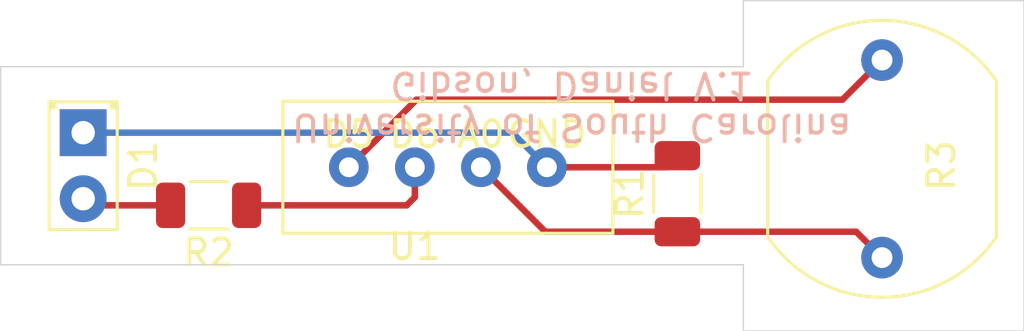
<source format=kicad_pcb>
(kicad_pcb (version 20171130) (host pcbnew "(5.1.10)-1")

  (general
    (thickness 1.6)
    (drawings 9)
    (tracks 16)
    (zones 0)
    (modules 5)
    (nets 6)
  )

  (page A4)
  (layers
    (0 F.Cu signal)
    (31 B.Cu signal)
    (32 B.Adhes user)
    (33 F.Adhes user)
    (34 B.Paste user)
    (35 F.Paste user)
    (36 B.SilkS user)
    (37 F.SilkS user)
    (38 B.Mask user)
    (39 F.Mask user)
    (40 Dwgs.User user)
    (41 Cmts.User user)
    (42 Eco1.User user)
    (43 Eco2.User user)
    (44 Edge.Cuts user)
    (45 Margin user)
    (46 B.CrtYd user)
    (47 F.CrtYd user)
    (48 B.Fab user)
    (49 F.Fab user)
  )

  (setup
    (last_trace_width 0.25)
    (trace_clearance 0.2)
    (zone_clearance 0.508)
    (zone_45_only no)
    (trace_min 0.2)
    (via_size 0.8)
    (via_drill 0.4)
    (via_min_size 0.4)
    (via_min_drill 0.3)
    (uvia_size 0.3)
    (uvia_drill 0.1)
    (uvias_allowed no)
    (uvia_min_size 0.2)
    (uvia_min_drill 0.1)
    (edge_width 0.05)
    (segment_width 0.2)
    (pcb_text_width 0.3)
    (pcb_text_size 1.5 1.5)
    (mod_edge_width 0.12)
    (mod_text_size 1 1)
    (mod_text_width 0.15)
    (pad_size 1.524 1.524)
    (pad_drill 0.762)
    (pad_to_mask_clearance 0)
    (aux_axis_origin 0 0)
    (visible_elements 7FFFFFFF)
    (pcbplotparams
      (layerselection 0x010fc_ffffffff)
      (usegerberextensions false)
      (usegerberattributes true)
      (usegerberadvancedattributes true)
      (creategerberjobfile true)
      (excludeedgelayer true)
      (linewidth 0.100000)
      (plotframeref false)
      (viasonmask false)
      (mode 1)
      (useauxorigin false)
      (hpglpennumber 1)
      (hpglpenspeed 20)
      (hpglpendiameter 15.000000)
      (psnegative false)
      (psa4output false)
      (plotreference true)
      (plotvalue true)
      (plotinvisibletext false)
      (padsonsilk false)
      (subtractmaskfromsilk false)
      (outputformat 1)
      (mirror false)
      (drillshape 0)
      (scaleselection 1)
      (outputdirectory ""))
  )

  (net 0 "")
  (net 1 "Net-(R1-Pad1)")
  (net 2 "Net-(D1-Pad2)")
  (net 3 "Net-(R2-Pad1)")
  (net 4 "Net-(R3-Pad1)")
  (net 5 "Net-(D1-Pad1)")

  (net_class Default "This is the default net class."
    (clearance 0.2)
    (trace_width 0.25)
    (via_dia 0.8)
    (via_drill 0.4)
    (uvia_dia 0.3)
    (uvia_drill 0.1)
    (add_net "Net-(D1-Pad1)")
    (add_net "Net-(D1-Pad2)")
    (add_net "Net-(R1-Pad1)")
    (add_net "Net-(R2-Pad1)")
    (add_net "Net-(R3-Pad1)")
  )

  (module LED_THT:LED_D2.0mm_W4.8mm_H2.5mm_FlatTop (layer F.Cu) (tedit 5880A862) (tstamp 612C247E)
    (at 148.59 41.91 270)
    (descr "LED, Round, FlatTop,  Rectangular size 4.8x2.5mm^2 diameter 2.0mm, 2 pins, http://www.kingbright.com/attachments/file/psearch/000/00/00/L-13GD(Ver.11B).pdf")
    (tags "LED Round FlatTop  Rectangular size 4.8x2.5mm^2 diameter 2.0mm 2 pins")
    (path /612C7C63)
    (fp_text reference D1 (at 1.27 -2.31 90) (layer F.SilkS)
      (effects (font (size 1 1) (thickness 0.15)))
    )
    (fp_text value LED (at 1.27 2.31 90) (layer F.Fab)
      (effects (font (size 1 1) (thickness 0.15)))
    )
    (fp_line (start 4 -1.6) (end -1.45 -1.6) (layer F.CrtYd) (width 0.05))
    (fp_line (start 4 1.6) (end 4 -1.6) (layer F.CrtYd) (width 0.05))
    (fp_line (start -1.45 1.6) (end 4 1.6) (layer F.CrtYd) (width 0.05))
    (fp_line (start -1.45 -1.6) (end -1.45 1.6) (layer F.CrtYd) (width 0.05))
    (fp_line (start -0.95 1.08) (end -0.95 1.31) (layer F.SilkS) (width 0.12))
    (fp_line (start -0.95 -1.31) (end -0.95 -1.08) (layer F.SilkS) (width 0.12))
    (fp_line (start -1.07 1.08) (end -1.07 1.31) (layer F.SilkS) (width 0.12))
    (fp_line (start -1.07 -1.31) (end -1.07 -1.08) (layer F.SilkS) (width 0.12))
    (fp_line (start 3.73 -1.31) (end 3.73 1.31) (layer F.SilkS) (width 0.12))
    (fp_line (start -1.19 -1.31) (end -1.19 1.31) (layer F.SilkS) (width 0.12))
    (fp_line (start -1.19 1.31) (end 3.73 1.31) (layer F.SilkS) (width 0.12))
    (fp_line (start -1.19 -1.31) (end 3.73 -1.31) (layer F.SilkS) (width 0.12))
    (fp_line (start 3.67 -1.25) (end -1.13 -1.25) (layer F.Fab) (width 0.1))
    (fp_line (start 3.67 1.25) (end 3.67 -1.25) (layer F.Fab) (width 0.1))
    (fp_line (start -1.13 1.25) (end 3.67 1.25) (layer F.Fab) (width 0.1))
    (fp_line (start -1.13 -1.25) (end -1.13 1.25) (layer F.Fab) (width 0.1))
    (fp_circle (center 1.27 0) (end 2.27 0) (layer F.Fab) (width 0.1))
    (pad 1 thru_hole rect (at 0 0 270) (size 1.8 1.8) (drill 0.9) (layers *.Cu *.Mask)
      (net 5 "Net-(D1-Pad1)"))
    (pad 2 thru_hole circle (at 2.54 0 270) (size 1.8 1.8) (drill 0.9) (layers *.Cu *.Mask)
      (net 2 "Net-(D1-Pad2)"))
    (model ${KISYS3DMOD}/LED_THT.3dshapes/LED_D2.0mm_W4.8mm_H2.5mm_FlatTop.wrl
      (at (xyz 0 0 0))
      (scale (xyz 1 1 1))
      (rotate (xyz 0 0 0))
    )
  )

  (module Resistor_SMD:R_1206_3216Metric (layer F.Cu) (tedit 5F68FEEE) (tstamp 612C248F)
    (at 171.45 44.2575 90)
    (descr "Resistor SMD 1206 (3216 Metric), square (rectangular) end terminal, IPC_7351 nominal, (Body size source: IPC-SM-782 page 72, https://www.pcb-3d.com/wordpress/wp-content/uploads/ipc-sm-782a_amendment_1_and_2.pdf), generated with kicad-footprint-generator")
    (tags resistor)
    (path /612C73FA)
    (attr smd)
    (fp_text reference R1 (at 0 -1.82 90) (layer F.SilkS)
      (effects (font (size 1 1) (thickness 0.15)))
    )
    (fp_text value 1K (at 0 1.82 90) (layer F.Fab)
      (effects (font (size 1 1) (thickness 0.15)))
    )
    (fp_line (start 2.28 1.12) (end -2.28 1.12) (layer F.CrtYd) (width 0.05))
    (fp_line (start 2.28 -1.12) (end 2.28 1.12) (layer F.CrtYd) (width 0.05))
    (fp_line (start -2.28 -1.12) (end 2.28 -1.12) (layer F.CrtYd) (width 0.05))
    (fp_line (start -2.28 1.12) (end -2.28 -1.12) (layer F.CrtYd) (width 0.05))
    (fp_line (start -0.727064 0.91) (end 0.727064 0.91) (layer F.SilkS) (width 0.12))
    (fp_line (start -0.727064 -0.91) (end 0.727064 -0.91) (layer F.SilkS) (width 0.12))
    (fp_line (start 1.6 0.8) (end -1.6 0.8) (layer F.Fab) (width 0.1))
    (fp_line (start 1.6 -0.8) (end 1.6 0.8) (layer F.Fab) (width 0.1))
    (fp_line (start -1.6 -0.8) (end 1.6 -0.8) (layer F.Fab) (width 0.1))
    (fp_line (start -1.6 0.8) (end -1.6 -0.8) (layer F.Fab) (width 0.1))
    (fp_text user %R (at 0 0 90) (layer F.Fab)
      (effects (font (size 0.8 0.8) (thickness 0.12)))
    )
    (pad 1 smd roundrect (at -1.4625 0 90) (size 1.125 1.75) (layers F.Cu F.Paste F.Mask) (roundrect_rratio 0.2222213333333333)
      (net 1 "Net-(R1-Pad1)"))
    (pad 2 smd roundrect (at 1.4625 0 90) (size 1.125 1.75) (layers F.Cu F.Paste F.Mask) (roundrect_rratio 0.2222213333333333)
      (net 5 "Net-(D1-Pad1)"))
    (model ${KISYS3DMOD}/Resistor_SMD.3dshapes/R_1206_3216Metric.wrl
      (at (xyz 0 0 0))
      (scale (xyz 1 1 1))
      (rotate (xyz 0 0 0))
    )
  )

  (module Resistor_SMD:R_1206_3216Metric (layer F.Cu) (tedit 5F68FEEE) (tstamp 612C24A0)
    (at 153.416 44.704 180)
    (descr "Resistor SMD 1206 (3216 Metric), square (rectangular) end terminal, IPC_7351 nominal, (Body size source: IPC-SM-782 page 72, https://www.pcb-3d.com/wordpress/wp-content/uploads/ipc-sm-782a_amendment_1_and_2.pdf), generated with kicad-footprint-generator")
    (tags resistor)
    (path /612C796F)
    (attr smd)
    (fp_text reference R2 (at 0 -1.82) (layer F.SilkS)
      (effects (font (size 1 1) (thickness 0.15)))
    )
    (fp_text value 470 (at 0 1.82) (layer F.Fab)
      (effects (font (size 1 1) (thickness 0.15)))
    )
    (fp_line (start -1.6 0.8) (end -1.6 -0.8) (layer F.Fab) (width 0.1))
    (fp_line (start -1.6 -0.8) (end 1.6 -0.8) (layer F.Fab) (width 0.1))
    (fp_line (start 1.6 -0.8) (end 1.6 0.8) (layer F.Fab) (width 0.1))
    (fp_line (start 1.6 0.8) (end -1.6 0.8) (layer F.Fab) (width 0.1))
    (fp_line (start -0.727064 -0.91) (end 0.727064 -0.91) (layer F.SilkS) (width 0.12))
    (fp_line (start -0.727064 0.91) (end 0.727064 0.91) (layer F.SilkS) (width 0.12))
    (fp_line (start -2.28 1.12) (end -2.28 -1.12) (layer F.CrtYd) (width 0.05))
    (fp_line (start -2.28 -1.12) (end 2.28 -1.12) (layer F.CrtYd) (width 0.05))
    (fp_line (start 2.28 -1.12) (end 2.28 1.12) (layer F.CrtYd) (width 0.05))
    (fp_line (start 2.28 1.12) (end -2.28 1.12) (layer F.CrtYd) (width 0.05))
    (fp_text user %R (at 0 0) (layer F.Fab)
      (effects (font (size 0.8 0.8) (thickness 0.12)))
    )
    (pad 2 smd roundrect (at 1.4625 0 180) (size 1.125 1.75) (layers F.Cu F.Paste F.Mask) (roundrect_rratio 0.2222213333333333)
      (net 2 "Net-(D1-Pad2)"))
    (pad 1 smd roundrect (at -1.4625 0 180) (size 1.125 1.75) (layers F.Cu F.Paste F.Mask) (roundrect_rratio 0.2222213333333333)
      (net 3 "Net-(R2-Pad1)"))
    (model ${KISYS3DMOD}/Resistor_SMD.3dshapes/R_1206_3216Metric.wrl
      (at (xyz 0 0 0))
      (scale (xyz 1 1 1))
      (rotate (xyz 0 0 0))
    )
  )

  (module OptoDevice:R_LDR_10x8.5mm_P7.6mm_Vertical (layer F.Cu) (tedit 5B860466) (tstamp 612C24C0)
    (at 179.324 39.116 270)
    (descr "Resistor, LDR 10x8.5mm")
    (tags "Resistor LDR10.8.5mm")
    (path /612C6C75)
    (fp_text reference R3 (at 4.064 -2.286 90) (layer F.SilkS)
      (effects (font (size 1 1) (thickness 0.15)))
    )
    (fp_text value LDR03 (at 3.7 5.2 90) (layer F.Fab)
      (effects (font (size 1 1) (thickness 0.15)))
    )
    (fp_line (start 9.25 4.5) (end -1.65 4.5) (layer F.CrtYd) (width 0.05))
    (fp_line (start 9.25 4.5) (end 9.25 -4.5) (layer F.CrtYd) (width 0.05))
    (fp_line (start -1.65 -4.5) (end -1.65 4.5) (layer F.CrtYd) (width 0.05))
    (fp_line (start -1.65 -4.5) (end 9.25 -4.5) (layer F.CrtYd) (width 0.05))
    (fp_line (start 0.8 -4.25) (end 6.8 -4.25) (layer F.Fab) (width 0.1))
    (fp_line (start 6.8 4.25) (end 0.8 4.25) (layer F.Fab) (width 0.1))
    (fp_line (start 2.9 1.8) (end 4.7 1.8) (layer F.Fab) (width 0.1))
    (fp_line (start 2.9 1.2) (end 2.9 1.8) (layer F.Fab) (width 0.1))
    (fp_line (start 4.7 1.2) (end 2.9 1.2) (layer F.Fab) (width 0.1))
    (fp_line (start 4.7 0.6) (end 4.7 1.2) (layer F.Fab) (width 0.1))
    (fp_line (start 2.9 0.6) (end 4.7 0.6) (layer F.Fab) (width 0.1))
    (fp_line (start 2.9 0) (end 2.9 0.6) (layer F.Fab) (width 0.1))
    (fp_line (start 4.7 0) (end 2.9 0) (layer F.Fab) (width 0.1))
    (fp_line (start 4.7 -0.6) (end 4.7 0) (layer F.Fab) (width 0.1))
    (fp_line (start 2.9 -0.6) (end 4.7 -0.6) (layer F.Fab) (width 0.1))
    (fp_line (start 2.9 -1.2) (end 2.9 -0.6) (layer F.Fab) (width 0.1))
    (fp_line (start 4.7 -1.2) (end 2.9 -1.2) (layer F.Fab) (width 0.1))
    (fp_line (start 4.7 -1.8) (end 4.7 -1.2) (layer F.Fab) (width 0.1))
    (fp_line (start 2.9 -1.8) (end 4.7 -1.8) (layer F.Fab) (width 0.1))
    (fp_line (start 0.8 -4.4) (end 6.8 -4.4) (layer F.SilkS) (width 0.12))
    (fp_line (start 0.8 4.4) (end 6.8 4.4) (layer F.SilkS) (width 0.12))
    (fp_text user %R (at 3.8 -2.5 90) (layer F.Fab)
      (effects (font (size 1 1) (thickness 0.15)))
    )
    (fp_arc (start 3.8 0) (end 0.8 4.4) (angle 111) (layer F.SilkS) (width 0.12))
    (fp_arc (start 3.8 0) (end 6.8 -4.4) (angle 111) (layer F.SilkS) (width 0.12))
    (fp_arc (start 3.8 0) (end 6.8 -4.25) (angle 109) (layer F.Fab) (width 0.1))
    (fp_arc (start 3.8 0) (end 0.8 4.25) (angle 109) (layer F.Fab) (width 0.1))
    (pad 1 thru_hole circle (at 0 0 270) (size 1.6 1.6) (drill 0.8) (layers *.Cu *.Mask)
      (net 4 "Net-(R3-Pad1)"))
    (pad 2 thru_hole circle (at 7.6 0 270) (size 1.6 1.6) (drill 0.8) (layers *.Cu *.Mask)
      (net 1 "Net-(R1-Pad1)"))
    (model ${KISYS3DMOD}/OptoDevice.3dshapes/R_LDR_10x8.5mm_P7.6mm_Vertical.wrl
      (at (xyz 0 0 0))
      (scale (xyz 1 1 1))
      (rotate (xyz 0 0 0))
    )
  )

  (module water_sensor_turbidty:Rails (layer F.Cu) (tedit 612BBCE8) (tstamp 612C24D2)
    (at 161.350001 45.780001)
    (path /612CD71A)
    (fp_text reference U1 (at 0 0.5) (layer F.SilkS)
      (effects (font (size 1 1) (thickness 0.15)))
    )
    (fp_text value railsforturbity (at 0 -0.5) (layer F.Fab)
      (effects (font (size 1 1) (thickness 0.15)))
    )
    (fp_line (start 7.62 0) (end 5.08 0) (layer F.SilkS) (width 0.12))
    (fp_line (start 7.62 -5.08) (end 7.62 0) (layer F.SilkS) (width 0.12))
    (fp_line (start 5.08 -5.08) (end 7.62 -5.08) (layer F.SilkS) (width 0.12))
    (fp_line (start 5.08 0) (end -5.08 0) (layer F.SilkS) (width 0.12))
    (fp_line (start -5.08 -5.08) (end 5.08 -5.08) (layer F.SilkS) (width 0.12))
    (fp_line (start -5.08 0) (end -5.08 -5.08) (layer F.SilkS) (width 0.12))
    (fp_text user D5 (at -2.54 -3.81) (layer F.SilkS)
      (effects (font (size 1 1) (thickness 0.15)))
    )
    (fp_text user D6 (at 0 -3.81) (layer F.SilkS)
      (effects (font (size 1 1) (thickness 0.15)))
    )
    (fp_text user A0 (at 2.54 -3.81) (layer F.SilkS)
      (effects (font (size 1 1) (thickness 0.15)))
    )
    (fp_text user GND (at 5.08 -3.81) (layer F.SilkS)
      (effects (font (size 1 1) (thickness 0.15)))
    )
    (pad 1 thru_hole circle (at -2.54 -2.54) (size 1.524 1.524) (drill 0.762) (layers *.Cu *.Mask)
      (net 4 "Net-(R3-Pad1)"))
    (pad 2 thru_hole circle (at 0 -2.54) (size 1.524 1.524) (drill 0.762) (layers *.Cu *.Mask)
      (net 3 "Net-(R2-Pad1)"))
    (pad 3 thru_hole circle (at 2.54 -2.54) (size 1.524 1.524) (drill 0.762) (layers *.Cu *.Mask)
      (net 1 "Net-(R1-Pad1)"))
    (pad 4 thru_hole circle (at 5.08 -2.54) (size 1.524 1.524) (drill 0.762) (layers *.Cu *.Mask)
      (net 5 "Net-(D1-Pad1)"))
  )

  (gr_text "University of South Carolina\nGibson, Daniel V.1" (at 167.386 40.894 180) (layer B.SilkS)
    (effects (font (size 1 1) (thickness 0.15)) (justify mirror))
  )
  (gr_line (start 173.99 39.37) (end 173.99 36.83) (layer Edge.Cuts) (width 0.05) (tstamp 6138EC35))
  (gr_line (start 145.415 39.37) (end 173.99 39.37) (layer Edge.Cuts) (width 0.05))
  (gr_line (start 145.415 46.99) (end 145.415 39.37) (layer Edge.Cuts) (width 0.05))
  (gr_line (start 173.99 46.99) (end 145.415 46.99) (layer Edge.Cuts) (width 0.05))
  (gr_line (start 173.99 49.53) (end 173.99 46.99) (layer Edge.Cuts) (width 0.05))
  (gr_line (start 184.785 49.53) (end 173.99 49.53) (layer Edge.Cuts) (width 0.05))
  (gr_line (start 184.785 36.83) (end 184.785 49.53) (layer Edge.Cuts) (width 0.05))
  (gr_line (start 173.99 36.83) (end 184.785 36.83) (layer Edge.Cuts) (width 0.05))

  (segment (start 163.890001 43.240001) (end 166.37 45.72) (width 0.25) (layer F.Cu) (net 1))
  (segment (start 166.37 45.72) (end 171.45 45.72) (width 0.25) (layer F.Cu) (net 1))
  (segment (start 178.328 45.72) (end 179.324 46.716) (width 0.25) (layer F.Cu) (net 1))
  (segment (start 171.45 45.72) (end 178.328 45.72) (width 0.25) (layer F.Cu) (net 1))
  (segment (start 148.844 44.704) (end 148.59 44.45) (width 0.25) (layer F.Cu) (net 2))
  (segment (start 151.9535 44.704) (end 148.844 44.704) (width 0.25) (layer F.Cu) (net 2))
  (segment (start 161.350001 43.240001) (end 161.350001 44.389999) (width 0.25) (layer F.Cu) (net 3))
  (segment (start 161.350001 44.389999) (end 161.036 44.704) (width 0.25) (layer F.Cu) (net 3))
  (segment (start 161.036 44.704) (end 154.8785 44.704) (width 0.25) (layer F.Cu) (net 3))
  (segment (start 158.810001 43.240001) (end 161.410002 40.64) (width 0.25) (layer F.Cu) (net 4))
  (segment (start 177.8 40.64) (end 179.324 39.116) (width 0.25) (layer F.Cu) (net 4))
  (segment (start 161.410002 40.64) (end 177.8 40.64) (width 0.25) (layer F.Cu) (net 4))
  (segment (start 165.1 41.91) (end 166.430001 43.240001) (width 0.25) (layer B.Cu) (net 5))
  (segment (start 171.004999 43.240001) (end 171.45 42.795) (width 0.25) (layer F.Cu) (net 5))
  (segment (start 166.430001 43.240001) (end 171.004999 43.240001) (width 0.25) (layer F.Cu) (net 5))
  (segment (start 165.1 41.91) (end 148.59 41.91) (width 0.25) (layer B.Cu) (net 5))

)

</source>
